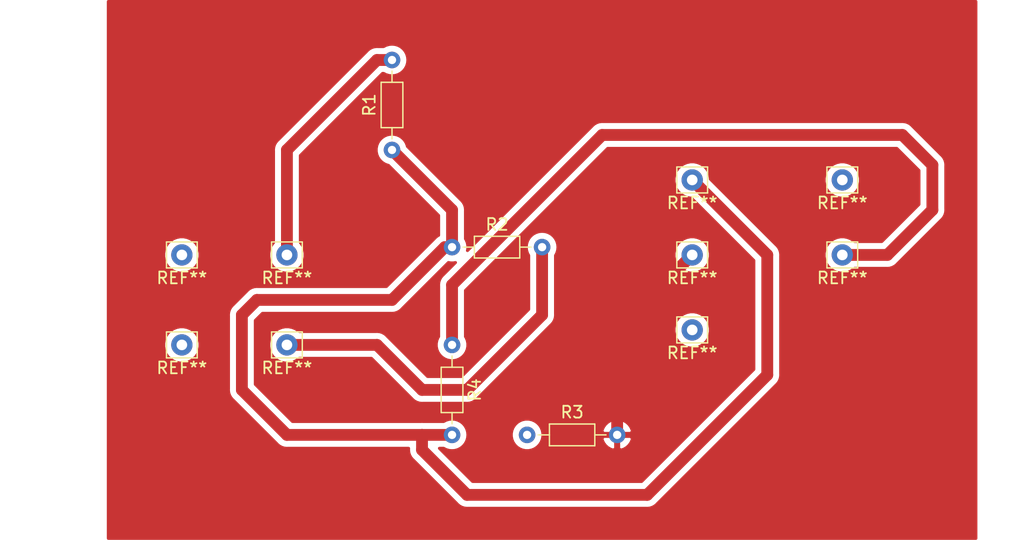
<source format=kicad_pcb>
(kicad_pcb (version 20171130) (host pcbnew "(5.1.4)-1")

  (general
    (thickness 1.6)
    (drawings 0)
    (tracks 33)
    (zones 0)
    (modules 13)
    (nets 6)
  )

  (page A4)
  (layers
    (0 F.Cu signal)
    (31 B.Cu signal)
    (32 B.Adhes user)
    (33 F.Adhes user)
    (34 B.Paste user)
    (35 F.Paste user)
    (36 B.SilkS user)
    (37 F.SilkS user)
    (38 B.Mask user)
    (39 F.Mask user)
    (40 Dwgs.User user)
    (41 Cmts.User user)
    (42 Eco1.User user)
    (43 Eco2.User user)
    (44 Edge.Cuts user)
    (45 Margin user)
    (46 B.CrtYd user)
    (47 F.CrtYd user)
    (48 B.Fab user)
    (49 F.Fab user)
  )

  (setup
    (last_trace_width 1)
    (user_trace_width 1)
    (trace_clearance 0.2)
    (zone_clearance 0.508)
    (zone_45_only no)
    (trace_min 0.2)
    (via_size 0.8)
    (via_drill 0.4)
    (via_min_size 0.4)
    (via_min_drill 0.3)
    (uvia_size 0.3)
    (uvia_drill 0.1)
    (uvias_allowed no)
    (uvia_min_size 0.2)
    (uvia_min_drill 0.1)
    (edge_width 0.05)
    (segment_width 0.2)
    (pcb_text_width 0.3)
    (pcb_text_size 1.5 1.5)
    (mod_edge_width 0.12)
    (mod_text_size 1 1)
    (mod_text_width 0.15)
    (pad_size 1.524 1.524)
    (pad_drill 0.762)
    (pad_to_mask_clearance 0.051)
    (solder_mask_min_width 0.25)
    (aux_axis_origin 0 0)
    (visible_elements FFFFFF7F)
    (pcbplotparams
      (layerselection 0x010fc_ffffffff)
      (usegerberextensions false)
      (usegerberattributes false)
      (usegerberadvancedattributes false)
      (creategerberjobfile false)
      (excludeedgelayer true)
      (linewidth 0.100000)
      (plotframeref false)
      (viasonmask false)
      (mode 1)
      (useauxorigin false)
      (hpglpennumber 1)
      (hpglpenspeed 20)
      (hpglpendiameter 15.000000)
      (psnegative false)
      (psa4output false)
      (plotreference true)
      (plotvalue true)
      (plotinvisibletext false)
      (padsonsilk false)
      (subtractmaskfromsilk false)
      (outputformat 1)
      (mirror false)
      (drillshape 1)
      (scaleselection 1)
      (outputdirectory ""))
  )

  (net 0 "")
  (net 1 "Net-(R1-Pad2)")
  (net 2 "Net-(R1-Pad1)")
  (net 3 "Net-(R2-Pad2)")
  (net 4 Earth)
  (net 5 "Net-(R4-Pad1)")

  (net_class Default "Esta es la clase de red por defecto."
    (clearance 0.2)
    (trace_width 0.25)
    (via_dia 0.8)
    (via_drill 0.4)
    (uvia_dia 0.3)
    (uvia_drill 0.1)
    (add_net Earth)
    (add_net "Net-(R1-Pad1)")
    (add_net "Net-(R1-Pad2)")
    (add_net "Net-(R2-Pad2)")
    (add_net "Net-(R4-Pad1)")
  )

  (module Connector_Pin:Pin_D0.9mm_L10.0mm_W2.4mm_FlatFork (layer F.Cu) (tedit 5A1DC084) (tstamp 5DB9C128)
    (at 181.61 95.25)
    (descr "solder Pin_ with flat fork, hole diameter 0.9mm, length 10.0mm, width 2.4mm")
    (tags "solder Pin_ with flat fork")
    (fp_text reference REF** (at 0 1.95) (layer F.SilkS)
      (effects (font (size 1 1) (thickness 0.15)))
    )
    (fp_text value Pin_D0.9mm_L10.0mm_W2.4mm_FlatFork (at 0 -2.05) (layer F.Fab)
      (effects (font (size 1 1) (thickness 0.15)))
    )
    (fp_text user %R (at 0 1.95) (layer F.Fab)
      (effects (font (size 1 1) (thickness 0.15)))
    )
    (fp_line (start -1.3 -1.1) (end -1.3 0.6) (layer F.SilkS) (width 0.12))
    (fp_line (start -1.3 0.6) (end -1.3 1.1) (layer F.SilkS) (width 0.12))
    (fp_line (start -1.3 1.1) (end 1.3 1.1) (layer F.SilkS) (width 0.12))
    (fp_line (start 1.3 1.1) (end 1.3 -1.1) (layer F.SilkS) (width 0.12))
    (fp_line (start 1.3 -1.1) (end -1.3 -1.1) (layer F.SilkS) (width 0.12))
    (fp_line (start -1.2 -0.25) (end -1.2 0.25) (layer F.Fab) (width 0.12))
    (fp_line (start -1.2 0.25) (end 1.2 0.25) (layer F.Fab) (width 0.12))
    (fp_line (start 1.2 0.25) (end 1.2 -0.25) (layer F.Fab) (width 0.12))
    (fp_line (start 1.2 -0.25) (end -1.2 -0.25) (layer F.Fab) (width 0.12))
    (fp_line (start -1.7 -1.4) (end 1.7 -1.4) (layer F.CrtYd) (width 0.05))
    (fp_line (start -1.7 -1.4) (end -1.7 1.4) (layer F.CrtYd) (width 0.05))
    (fp_line (start 1.7 1.4) (end 1.7 -1.4) (layer F.CrtYd) (width 0.05))
    (fp_line (start 1.7 1.4) (end -1.7 1.4) (layer F.CrtYd) (width 0.05))
    (pad 1 thru_hole circle (at 0 0) (size 1.8 1.8) (drill 0.9) (layers *.Cu *.Mask))
    (model ${KISYS3DMOD}/Connector_Pin.3dshapes/Pin_D0.9mm_L10.0mm_W2.4mm_FlatFork.wrl
      (at (xyz 0 0 0))
      (scale (xyz 1 1 1))
      (rotate (xyz 0 0 0))
    )
  )

  (module Connector_Pin:Pin_D0.9mm_L10.0mm_W2.4mm_FlatFork (layer F.Cu) (tedit 5A1DC084) (tstamp 5DB9C116)
    (at 181.61 88.9)
    (descr "solder Pin_ with flat fork, hole diameter 0.9mm, length 10.0mm, width 2.4mm")
    (tags "solder Pin_ with flat fork")
    (fp_text reference REF** (at 0 1.95) (layer F.SilkS)
      (effects (font (size 1 1) (thickness 0.15)))
    )
    (fp_text value Pin_D0.9mm_L10.0mm_W2.4mm_FlatFork (at 0 -2.05) (layer F.Fab)
      (effects (font (size 1 1) (thickness 0.15)))
    )
    (fp_text user %R (at 0 1.95) (layer F.Fab)
      (effects (font (size 1 1) (thickness 0.15)))
    )
    (fp_line (start -1.3 -1.1) (end -1.3 0.6) (layer F.SilkS) (width 0.12))
    (fp_line (start -1.3 0.6) (end -1.3 1.1) (layer F.SilkS) (width 0.12))
    (fp_line (start -1.3 1.1) (end 1.3 1.1) (layer F.SilkS) (width 0.12))
    (fp_line (start 1.3 1.1) (end 1.3 -1.1) (layer F.SilkS) (width 0.12))
    (fp_line (start 1.3 -1.1) (end -1.3 -1.1) (layer F.SilkS) (width 0.12))
    (fp_line (start -1.2 -0.25) (end -1.2 0.25) (layer F.Fab) (width 0.12))
    (fp_line (start -1.2 0.25) (end 1.2 0.25) (layer F.Fab) (width 0.12))
    (fp_line (start 1.2 0.25) (end 1.2 -0.25) (layer F.Fab) (width 0.12))
    (fp_line (start 1.2 -0.25) (end -1.2 -0.25) (layer F.Fab) (width 0.12))
    (fp_line (start -1.7 -1.4) (end 1.7 -1.4) (layer F.CrtYd) (width 0.05))
    (fp_line (start -1.7 -1.4) (end -1.7 1.4) (layer F.CrtYd) (width 0.05))
    (fp_line (start 1.7 1.4) (end 1.7 -1.4) (layer F.CrtYd) (width 0.05))
    (fp_line (start 1.7 1.4) (end -1.7 1.4) (layer F.CrtYd) (width 0.05))
    (pad 1 thru_hole circle (at 0 0) (size 1.8 1.8) (drill 0.9) (layers *.Cu *.Mask))
    (model ${KISYS3DMOD}/Connector_Pin.3dshapes/Pin_D0.9mm_L10.0mm_W2.4mm_FlatFork.wrl
      (at (xyz 0 0 0))
      (scale (xyz 1 1 1))
      (rotate (xyz 0 0 0))
    )
  )

  (module Connector_Pin:Pin_D0.9mm_L10.0mm_W2.4mm_FlatFork (layer F.Cu) (tedit 5A1DC084) (tstamp 5DB9C104)
    (at 194.31 88.9)
    (descr "solder Pin_ with flat fork, hole diameter 0.9mm, length 10.0mm, width 2.4mm")
    (tags "solder Pin_ with flat fork")
    (fp_text reference REF** (at 0 1.95) (layer F.SilkS)
      (effects (font (size 1 1) (thickness 0.15)))
    )
    (fp_text value Pin_D0.9mm_L10.0mm_W2.4mm_FlatFork (at 0 -2.05) (layer F.Fab)
      (effects (font (size 1 1) (thickness 0.15)))
    )
    (fp_text user %R (at 0 1.95) (layer F.Fab)
      (effects (font (size 1 1) (thickness 0.15)))
    )
    (fp_line (start -1.3 -1.1) (end -1.3 0.6) (layer F.SilkS) (width 0.12))
    (fp_line (start -1.3 0.6) (end -1.3 1.1) (layer F.SilkS) (width 0.12))
    (fp_line (start -1.3 1.1) (end 1.3 1.1) (layer F.SilkS) (width 0.12))
    (fp_line (start 1.3 1.1) (end 1.3 -1.1) (layer F.SilkS) (width 0.12))
    (fp_line (start 1.3 -1.1) (end -1.3 -1.1) (layer F.SilkS) (width 0.12))
    (fp_line (start -1.2 -0.25) (end -1.2 0.25) (layer F.Fab) (width 0.12))
    (fp_line (start -1.2 0.25) (end 1.2 0.25) (layer F.Fab) (width 0.12))
    (fp_line (start 1.2 0.25) (end 1.2 -0.25) (layer F.Fab) (width 0.12))
    (fp_line (start 1.2 -0.25) (end -1.2 -0.25) (layer F.Fab) (width 0.12))
    (fp_line (start -1.7 -1.4) (end 1.7 -1.4) (layer F.CrtYd) (width 0.05))
    (fp_line (start -1.7 -1.4) (end -1.7 1.4) (layer F.CrtYd) (width 0.05))
    (fp_line (start 1.7 1.4) (end 1.7 -1.4) (layer F.CrtYd) (width 0.05))
    (fp_line (start 1.7 1.4) (end -1.7 1.4) (layer F.CrtYd) (width 0.05))
    (pad 1 thru_hole circle (at 0 0) (size 1.8 1.8) (drill 0.9) (layers *.Cu *.Mask))
    (model ${KISYS3DMOD}/Connector_Pin.3dshapes/Pin_D0.9mm_L10.0mm_W2.4mm_FlatFork.wrl
      (at (xyz 0 0 0))
      (scale (xyz 1 1 1))
      (rotate (xyz 0 0 0))
    )
  )

  (module Connector_Pin:Pin_D0.9mm_L10.0mm_W2.4mm_FlatFork (layer F.Cu) (tedit 5A1DC084) (tstamp 5DB9C0F2)
    (at 181.61 101.6)
    (descr "solder Pin_ with flat fork, hole diameter 0.9mm, length 10.0mm, width 2.4mm")
    (tags "solder Pin_ with flat fork")
    (fp_text reference REF** (at 0 1.95) (layer F.SilkS)
      (effects (font (size 1 1) (thickness 0.15)))
    )
    (fp_text value Pin_D0.9mm_L10.0mm_W2.4mm_FlatFork (at 0 -2.05) (layer F.Fab)
      (effects (font (size 1 1) (thickness 0.15)))
    )
    (fp_text user %R (at 0 1.95) (layer F.Fab)
      (effects (font (size 1 1) (thickness 0.15)))
    )
    (fp_line (start -1.3 -1.1) (end -1.3 0.6) (layer F.SilkS) (width 0.12))
    (fp_line (start -1.3 0.6) (end -1.3 1.1) (layer F.SilkS) (width 0.12))
    (fp_line (start -1.3 1.1) (end 1.3 1.1) (layer F.SilkS) (width 0.12))
    (fp_line (start 1.3 1.1) (end 1.3 -1.1) (layer F.SilkS) (width 0.12))
    (fp_line (start 1.3 -1.1) (end -1.3 -1.1) (layer F.SilkS) (width 0.12))
    (fp_line (start -1.2 -0.25) (end -1.2 0.25) (layer F.Fab) (width 0.12))
    (fp_line (start -1.2 0.25) (end 1.2 0.25) (layer F.Fab) (width 0.12))
    (fp_line (start 1.2 0.25) (end 1.2 -0.25) (layer F.Fab) (width 0.12))
    (fp_line (start 1.2 -0.25) (end -1.2 -0.25) (layer F.Fab) (width 0.12))
    (fp_line (start -1.7 -1.4) (end 1.7 -1.4) (layer F.CrtYd) (width 0.05))
    (fp_line (start -1.7 -1.4) (end -1.7 1.4) (layer F.CrtYd) (width 0.05))
    (fp_line (start 1.7 1.4) (end 1.7 -1.4) (layer F.CrtYd) (width 0.05))
    (fp_line (start 1.7 1.4) (end -1.7 1.4) (layer F.CrtYd) (width 0.05))
    (pad 1 thru_hole circle (at 0 0) (size 1.8 1.8) (drill 0.9) (layers *.Cu *.Mask))
    (model ${KISYS3DMOD}/Connector_Pin.3dshapes/Pin_D0.9mm_L10.0mm_W2.4mm_FlatFork.wrl
      (at (xyz 0 0 0))
      (scale (xyz 1 1 1))
      (rotate (xyz 0 0 0))
    )
  )

  (module Connector_Pin:Pin_D0.9mm_L10.0mm_W2.4mm_FlatFork (layer F.Cu) (tedit 5A1DC084) (tstamp 5DB9C0E0)
    (at 194.31 95.25)
    (descr "solder Pin_ with flat fork, hole diameter 0.9mm, length 10.0mm, width 2.4mm")
    (tags "solder Pin_ with flat fork")
    (fp_text reference REF** (at 0 1.95) (layer F.SilkS)
      (effects (font (size 1 1) (thickness 0.15)))
    )
    (fp_text value Pin_D0.9mm_L10.0mm_W2.4mm_FlatFork (at 0 -2.05) (layer F.Fab)
      (effects (font (size 1 1) (thickness 0.15)))
    )
    (fp_text user %R (at 0 1.95) (layer F.Fab)
      (effects (font (size 1 1) (thickness 0.15)))
    )
    (fp_line (start -1.3 -1.1) (end -1.3 0.6) (layer F.SilkS) (width 0.12))
    (fp_line (start -1.3 0.6) (end -1.3 1.1) (layer F.SilkS) (width 0.12))
    (fp_line (start -1.3 1.1) (end 1.3 1.1) (layer F.SilkS) (width 0.12))
    (fp_line (start 1.3 1.1) (end 1.3 -1.1) (layer F.SilkS) (width 0.12))
    (fp_line (start 1.3 -1.1) (end -1.3 -1.1) (layer F.SilkS) (width 0.12))
    (fp_line (start -1.2 -0.25) (end -1.2 0.25) (layer F.Fab) (width 0.12))
    (fp_line (start -1.2 0.25) (end 1.2 0.25) (layer F.Fab) (width 0.12))
    (fp_line (start 1.2 0.25) (end 1.2 -0.25) (layer F.Fab) (width 0.12))
    (fp_line (start 1.2 -0.25) (end -1.2 -0.25) (layer F.Fab) (width 0.12))
    (fp_line (start -1.7 -1.4) (end 1.7 -1.4) (layer F.CrtYd) (width 0.05))
    (fp_line (start -1.7 -1.4) (end -1.7 1.4) (layer F.CrtYd) (width 0.05))
    (fp_line (start 1.7 1.4) (end 1.7 -1.4) (layer F.CrtYd) (width 0.05))
    (fp_line (start 1.7 1.4) (end -1.7 1.4) (layer F.CrtYd) (width 0.05))
    (pad 1 thru_hole circle (at 0 0) (size 1.8 1.8) (drill 0.9) (layers *.Cu *.Mask))
    (model ${KISYS3DMOD}/Connector_Pin.3dshapes/Pin_D0.9mm_L10.0mm_W2.4mm_FlatFork.wrl
      (at (xyz 0 0 0))
      (scale (xyz 1 1 1))
      (rotate (xyz 0 0 0))
    )
  )

  (module Connector_Pin:Pin_D0.9mm_L10.0mm_W2.4mm_FlatFork (layer F.Cu) (tedit 5A1DC084) (tstamp 5DB9CB91)
    (at 138.43 102.87)
    (descr "solder Pin_ with flat fork, hole diameter 0.9mm, length 10.0mm, width 2.4mm")
    (tags "solder Pin_ with flat fork")
    (fp_text reference REF** (at 0 1.95) (layer F.SilkS)
      (effects (font (size 1 1) (thickness 0.15)))
    )
    (fp_text value Pin_D0.9mm_L10.0mm_W2.4mm_FlatFork (at 0 -2.05) (layer F.Fab)
      (effects (font (size 1 1) (thickness 0.15)))
    )
    (fp_line (start 1.7 1.4) (end -1.7 1.4) (layer F.CrtYd) (width 0.05))
    (fp_line (start 1.7 1.4) (end 1.7 -1.4) (layer F.CrtYd) (width 0.05))
    (fp_line (start -1.7 -1.4) (end -1.7 1.4) (layer F.CrtYd) (width 0.05))
    (fp_line (start -1.7 -1.4) (end 1.7 -1.4) (layer F.CrtYd) (width 0.05))
    (fp_line (start 1.2 -0.25) (end -1.2 -0.25) (layer F.Fab) (width 0.12))
    (fp_line (start 1.2 0.25) (end 1.2 -0.25) (layer F.Fab) (width 0.12))
    (fp_line (start -1.2 0.25) (end 1.2 0.25) (layer F.Fab) (width 0.12))
    (fp_line (start -1.2 -0.25) (end -1.2 0.25) (layer F.Fab) (width 0.12))
    (fp_line (start 1.3 -1.1) (end -1.3 -1.1) (layer F.SilkS) (width 0.12))
    (fp_line (start 1.3 1.1) (end 1.3 -1.1) (layer F.SilkS) (width 0.12))
    (fp_line (start -1.3 1.1) (end 1.3 1.1) (layer F.SilkS) (width 0.12))
    (fp_line (start -1.3 0.6) (end -1.3 1.1) (layer F.SilkS) (width 0.12))
    (fp_line (start -1.3 -1.1) (end -1.3 0.6) (layer F.SilkS) (width 0.12))
    (fp_text user %R (at 0 1.95) (layer F.Fab)
      (effects (font (size 1 1) (thickness 0.15)))
    )
    (pad 1 thru_hole circle (at 0 0) (size 1.8 1.8) (drill 0.9) (layers *.Cu *.Mask))
    (model ${KISYS3DMOD}/Connector_Pin.3dshapes/Pin_D0.9mm_L10.0mm_W2.4mm_FlatFork.wrl
      (at (xyz 0 0 0))
      (scale (xyz 1 1 1))
      (rotate (xyz 0 0 0))
    )
  )

  (module Connector_Pin:Pin_D0.9mm_L10.0mm_W2.4mm_FlatFork (layer F.Cu) (tedit 5A1DC084) (tstamp 5DB9CB48)
    (at 138.43 95.25)
    (descr "solder Pin_ with flat fork, hole diameter 0.9mm, length 10.0mm, width 2.4mm")
    (tags "solder Pin_ with flat fork")
    (fp_text reference REF** (at 0 1.95) (layer F.SilkS)
      (effects (font (size 1 1) (thickness 0.15)))
    )
    (fp_text value Pin_D0.9mm_L10.0mm_W2.4mm_FlatFork (at 0 -2.05) (layer F.Fab)
      (effects (font (size 1 1) (thickness 0.15)))
    )
    (fp_line (start 1.7 1.4) (end -1.7 1.4) (layer F.CrtYd) (width 0.05))
    (fp_line (start 1.7 1.4) (end 1.7 -1.4) (layer F.CrtYd) (width 0.05))
    (fp_line (start -1.7 -1.4) (end -1.7 1.4) (layer F.CrtYd) (width 0.05))
    (fp_line (start -1.7 -1.4) (end 1.7 -1.4) (layer F.CrtYd) (width 0.05))
    (fp_line (start 1.2 -0.25) (end -1.2 -0.25) (layer F.Fab) (width 0.12))
    (fp_line (start 1.2 0.25) (end 1.2 -0.25) (layer F.Fab) (width 0.12))
    (fp_line (start -1.2 0.25) (end 1.2 0.25) (layer F.Fab) (width 0.12))
    (fp_line (start -1.2 -0.25) (end -1.2 0.25) (layer F.Fab) (width 0.12))
    (fp_line (start 1.3 -1.1) (end -1.3 -1.1) (layer F.SilkS) (width 0.12))
    (fp_line (start 1.3 1.1) (end 1.3 -1.1) (layer F.SilkS) (width 0.12))
    (fp_line (start -1.3 1.1) (end 1.3 1.1) (layer F.SilkS) (width 0.12))
    (fp_line (start -1.3 0.6) (end -1.3 1.1) (layer F.SilkS) (width 0.12))
    (fp_line (start -1.3 -1.1) (end -1.3 0.6) (layer F.SilkS) (width 0.12))
    (fp_text user %R (at 0 1.95) (layer F.Fab)
      (effects (font (size 1 1) (thickness 0.15)))
    )
    (pad 1 thru_hole circle (at 0 0) (size 1.8 1.8) (drill 0.9) (layers *.Cu *.Mask))
    (model ${KISYS3DMOD}/Connector_Pin.3dshapes/Pin_D0.9mm_L10.0mm_W2.4mm_FlatFork.wrl
      (at (xyz 0 0 0))
      (scale (xyz 1 1 1))
      (rotate (xyz 0 0 0))
    )
  )

  (module Connector_Pin:Pin_D0.9mm_L10.0mm_W2.4mm_FlatFork (layer F.Cu) (tedit 5A1DC084) (tstamp 5DB9CAFF)
    (at 147.32 102.87)
    (descr "solder Pin_ with flat fork, hole diameter 0.9mm, length 10.0mm, width 2.4mm")
    (tags "solder Pin_ with flat fork")
    (fp_text reference REF** (at 0 1.95) (layer F.SilkS)
      (effects (font (size 1 1) (thickness 0.15)))
    )
    (fp_text value Pin_D0.9mm_L10.0mm_W2.4mm_FlatFork (at 0 -2.05) (layer F.Fab)
      (effects (font (size 1 1) (thickness 0.15)))
    )
    (fp_line (start 1.7 1.4) (end -1.7 1.4) (layer F.CrtYd) (width 0.05))
    (fp_line (start 1.7 1.4) (end 1.7 -1.4) (layer F.CrtYd) (width 0.05))
    (fp_line (start -1.7 -1.4) (end -1.7 1.4) (layer F.CrtYd) (width 0.05))
    (fp_line (start -1.7 -1.4) (end 1.7 -1.4) (layer F.CrtYd) (width 0.05))
    (fp_line (start 1.2 -0.25) (end -1.2 -0.25) (layer F.Fab) (width 0.12))
    (fp_line (start 1.2 0.25) (end 1.2 -0.25) (layer F.Fab) (width 0.12))
    (fp_line (start -1.2 0.25) (end 1.2 0.25) (layer F.Fab) (width 0.12))
    (fp_line (start -1.2 -0.25) (end -1.2 0.25) (layer F.Fab) (width 0.12))
    (fp_line (start 1.3 -1.1) (end -1.3 -1.1) (layer F.SilkS) (width 0.12))
    (fp_line (start 1.3 1.1) (end 1.3 -1.1) (layer F.SilkS) (width 0.12))
    (fp_line (start -1.3 1.1) (end 1.3 1.1) (layer F.SilkS) (width 0.12))
    (fp_line (start -1.3 0.6) (end -1.3 1.1) (layer F.SilkS) (width 0.12))
    (fp_line (start -1.3 -1.1) (end -1.3 0.6) (layer F.SilkS) (width 0.12))
    (fp_text user %R (at 0 1.95) (layer F.Fab)
      (effects (font (size 1 1) (thickness 0.15)))
    )
    (pad 1 thru_hole circle (at 0 0) (size 1.8 1.8) (drill 0.9) (layers *.Cu *.Mask))
    (model ${KISYS3DMOD}/Connector_Pin.3dshapes/Pin_D0.9mm_L10.0mm_W2.4mm_FlatFork.wrl
      (at (xyz 0 0 0))
      (scale (xyz 1 1 1))
      (rotate (xyz 0 0 0))
    )
  )

  (module Connector_Pin:Pin_D0.9mm_L10.0mm_W2.4mm_FlatFork (layer F.Cu) (tedit 5A1DC084) (tstamp 5DB9CAB6)
    (at 147.32 95.25)
    (descr "solder Pin_ with flat fork, hole diameter 0.9mm, length 10.0mm, width 2.4mm")
    (tags "solder Pin_ with flat fork")
    (fp_text reference REF** (at 0 1.95) (layer F.SilkS)
      (effects (font (size 1 1) (thickness 0.15)))
    )
    (fp_text value Pin_D0.9mm_L10.0mm_W2.4mm_FlatFork (at 0 -2.05) (layer F.Fab)
      (effects (font (size 1 1) (thickness 0.15)))
    )
    (fp_line (start 1.7 1.4) (end -1.7 1.4) (layer F.CrtYd) (width 0.05))
    (fp_line (start 1.7 1.4) (end 1.7 -1.4) (layer F.CrtYd) (width 0.05))
    (fp_line (start -1.7 -1.4) (end -1.7 1.4) (layer F.CrtYd) (width 0.05))
    (fp_line (start -1.7 -1.4) (end 1.7 -1.4) (layer F.CrtYd) (width 0.05))
    (fp_line (start 1.2 -0.25) (end -1.2 -0.25) (layer F.Fab) (width 0.12))
    (fp_line (start 1.2 0.25) (end 1.2 -0.25) (layer F.Fab) (width 0.12))
    (fp_line (start -1.2 0.25) (end 1.2 0.25) (layer F.Fab) (width 0.12))
    (fp_line (start -1.2 -0.25) (end -1.2 0.25) (layer F.Fab) (width 0.12))
    (fp_line (start 1.3 -1.1) (end -1.3 -1.1) (layer F.SilkS) (width 0.12))
    (fp_line (start 1.3 1.1) (end 1.3 -1.1) (layer F.SilkS) (width 0.12))
    (fp_line (start -1.3 1.1) (end 1.3 1.1) (layer F.SilkS) (width 0.12))
    (fp_line (start -1.3 0.6) (end -1.3 1.1) (layer F.SilkS) (width 0.12))
    (fp_line (start -1.3 -1.1) (end -1.3 0.6) (layer F.SilkS) (width 0.12))
    (fp_text user %R (at 0 1.95) (layer F.Fab)
      (effects (font (size 1 1) (thickness 0.15)))
    )
    (pad 1 thru_hole circle (at 0 0) (size 1.8 1.8) (drill 0.9) (layers *.Cu *.Mask))
    (model ${KISYS3DMOD}/Connector_Pin.3dshapes/Pin_D0.9mm_L10.0mm_W2.4mm_FlatFork.wrl
      (at (xyz 0 0 0))
      (scale (xyz 1 1 1))
      (rotate (xyz 0 0 0))
    )
  )

  (module Resistor_THT:R_Axial_DIN0204_L3.6mm_D1.6mm_P7.62mm_Horizontal (layer F.Cu) (tedit 5AE5139B) (tstamp 5DB9C890)
    (at 161.29 102.87 270)
    (descr "Resistor, Axial_DIN0204 series, Axial, Horizontal, pin pitch=7.62mm, 0.167W, length*diameter=3.6*1.6mm^2, http://cdn-reichelt.de/documents/datenblatt/B400/1_4W%23YAG.pdf")
    (tags "Resistor Axial_DIN0204 series Axial Horizontal pin pitch 7.62mm 0.167W length 3.6mm diameter 1.6mm")
    (path /5DB9EF12)
    (fp_text reference R4 (at 3.81 -1.92 90) (layer F.SilkS)
      (effects (font (size 1 1) (thickness 0.15)))
    )
    (fp_text value R (at 3.81 1.92 90) (layer F.Fab)
      (effects (font (size 1 1) (thickness 0.15)))
    )
    (fp_text user %R (at 3.81 0 90) (layer F.Fab)
      (effects (font (size 0.72 0.72) (thickness 0.108)))
    )
    (fp_line (start 8.57 -1.05) (end -0.95 -1.05) (layer F.CrtYd) (width 0.05))
    (fp_line (start 8.57 1.05) (end 8.57 -1.05) (layer F.CrtYd) (width 0.05))
    (fp_line (start -0.95 1.05) (end 8.57 1.05) (layer F.CrtYd) (width 0.05))
    (fp_line (start -0.95 -1.05) (end -0.95 1.05) (layer F.CrtYd) (width 0.05))
    (fp_line (start 6.68 0) (end 5.73 0) (layer F.SilkS) (width 0.12))
    (fp_line (start 0.94 0) (end 1.89 0) (layer F.SilkS) (width 0.12))
    (fp_line (start 5.73 -0.92) (end 1.89 -0.92) (layer F.SilkS) (width 0.12))
    (fp_line (start 5.73 0.92) (end 5.73 -0.92) (layer F.SilkS) (width 0.12))
    (fp_line (start 1.89 0.92) (end 5.73 0.92) (layer F.SilkS) (width 0.12))
    (fp_line (start 1.89 -0.92) (end 1.89 0.92) (layer F.SilkS) (width 0.12))
    (fp_line (start 7.62 0) (end 5.61 0) (layer F.Fab) (width 0.1))
    (fp_line (start 0 0) (end 2.01 0) (layer F.Fab) (width 0.1))
    (fp_line (start 5.61 -0.8) (end 2.01 -0.8) (layer F.Fab) (width 0.1))
    (fp_line (start 5.61 0.8) (end 5.61 -0.8) (layer F.Fab) (width 0.1))
    (fp_line (start 2.01 0.8) (end 5.61 0.8) (layer F.Fab) (width 0.1))
    (fp_line (start 2.01 -0.8) (end 2.01 0.8) (layer F.Fab) (width 0.1))
    (pad 2 thru_hole oval (at 7.62 0 270) (size 1.4 1.4) (drill 0.7) (layers *.Cu *.Mask)
      (net 2 "Net-(R1-Pad1)"))
    (pad 1 thru_hole circle (at 0 0 270) (size 1.4 1.4) (drill 0.7) (layers *.Cu *.Mask)
      (net 5 "Net-(R4-Pad1)"))
    (model ${KISYS3DMOD}/Resistor_THT.3dshapes/R_Axial_DIN0204_L3.6mm_D1.6mm_P7.62mm_Horizontal.wrl
      (at (xyz 0 0 0))
      (scale (xyz 1 1 1))
      (rotate (xyz 0 0 0))
    )
  )

  (module Resistor_THT:R_Axial_DIN0204_L3.6mm_D1.6mm_P7.62mm_Horizontal (layer F.Cu) (tedit 5AE5139B) (tstamp 5DB9C879)
    (at 167.64 110.49)
    (descr "Resistor, Axial_DIN0204 series, Axial, Horizontal, pin pitch=7.62mm, 0.167W, length*diameter=3.6*1.6mm^2, http://cdn-reichelt.de/documents/datenblatt/B400/1_4W%23YAG.pdf")
    (tags "Resistor Axial_DIN0204 series Axial Horizontal pin pitch 7.62mm 0.167W length 3.6mm diameter 1.6mm")
    (path /5DB9F374)
    (fp_text reference R3 (at 3.81 -1.92) (layer F.SilkS)
      (effects (font (size 1 1) (thickness 0.15)))
    )
    (fp_text value R (at 3.81 1.92) (layer F.Fab)
      (effects (font (size 1 1) (thickness 0.15)))
    )
    (fp_text user %R (at 3.81 0) (layer F.Fab)
      (effects (font (size 0.72 0.72) (thickness 0.108)))
    )
    (fp_line (start 8.57 -1.05) (end -0.95 -1.05) (layer F.CrtYd) (width 0.05))
    (fp_line (start 8.57 1.05) (end 8.57 -1.05) (layer F.CrtYd) (width 0.05))
    (fp_line (start -0.95 1.05) (end 8.57 1.05) (layer F.CrtYd) (width 0.05))
    (fp_line (start -0.95 -1.05) (end -0.95 1.05) (layer F.CrtYd) (width 0.05))
    (fp_line (start 6.68 0) (end 5.73 0) (layer F.SilkS) (width 0.12))
    (fp_line (start 0.94 0) (end 1.89 0) (layer F.SilkS) (width 0.12))
    (fp_line (start 5.73 -0.92) (end 1.89 -0.92) (layer F.SilkS) (width 0.12))
    (fp_line (start 5.73 0.92) (end 5.73 -0.92) (layer F.SilkS) (width 0.12))
    (fp_line (start 1.89 0.92) (end 5.73 0.92) (layer F.SilkS) (width 0.12))
    (fp_line (start 1.89 -0.92) (end 1.89 0.92) (layer F.SilkS) (width 0.12))
    (fp_line (start 7.62 0) (end 5.61 0) (layer F.Fab) (width 0.1))
    (fp_line (start 0 0) (end 2.01 0) (layer F.Fab) (width 0.1))
    (fp_line (start 5.61 -0.8) (end 2.01 -0.8) (layer F.Fab) (width 0.1))
    (fp_line (start 5.61 0.8) (end 5.61 -0.8) (layer F.Fab) (width 0.1))
    (fp_line (start 2.01 0.8) (end 5.61 0.8) (layer F.Fab) (width 0.1))
    (fp_line (start 2.01 -0.8) (end 2.01 0.8) (layer F.Fab) (width 0.1))
    (pad 2 thru_hole oval (at 7.62 0) (size 1.4 1.4) (drill 0.7) (layers *.Cu *.Mask)
      (net 4 Earth))
    (pad 1 thru_hole circle (at 0 0) (size 1.4 1.4) (drill 0.7) (layers *.Cu *.Mask)
      (net 2 "Net-(R1-Pad1)"))
    (model ${KISYS3DMOD}/Resistor_THT.3dshapes/R_Axial_DIN0204_L3.6mm_D1.6mm_P7.62mm_Horizontal.wrl
      (at (xyz 0 0 0))
      (scale (xyz 1 1 1))
      (rotate (xyz 0 0 0))
    )
  )

  (module Resistor_THT:R_Axial_DIN0204_L3.6mm_D1.6mm_P7.62mm_Horizontal (layer F.Cu) (tedit 5AE5139B) (tstamp 5DB9C862)
    (at 161.29 94.59)
    (descr "Resistor, Axial_DIN0204 series, Axial, Horizontal, pin pitch=7.62mm, 0.167W, length*diameter=3.6*1.6mm^2, http://cdn-reichelt.de/documents/datenblatt/B400/1_4W%23YAG.pdf")
    (tags "Resistor Axial_DIN0204 series Axial Horizontal pin pitch 7.62mm 0.167W length 3.6mm diameter 1.6mm")
    (path /5DB9F295)
    (fp_text reference R2 (at 3.81 -1.92) (layer F.SilkS)
      (effects (font (size 1 1) (thickness 0.15)))
    )
    (fp_text value R (at 3.81 1.92) (layer F.Fab)
      (effects (font (size 1 1) (thickness 0.15)))
    )
    (fp_text user %R (at 3.81 0) (layer F.Fab)
      (effects (font (size 0.72 0.72) (thickness 0.108)))
    )
    (fp_line (start 8.57 -1.05) (end -0.95 -1.05) (layer F.CrtYd) (width 0.05))
    (fp_line (start 8.57 1.05) (end 8.57 -1.05) (layer F.CrtYd) (width 0.05))
    (fp_line (start -0.95 1.05) (end 8.57 1.05) (layer F.CrtYd) (width 0.05))
    (fp_line (start -0.95 -1.05) (end -0.95 1.05) (layer F.CrtYd) (width 0.05))
    (fp_line (start 6.68 0) (end 5.73 0) (layer F.SilkS) (width 0.12))
    (fp_line (start 0.94 0) (end 1.89 0) (layer F.SilkS) (width 0.12))
    (fp_line (start 5.73 -0.92) (end 1.89 -0.92) (layer F.SilkS) (width 0.12))
    (fp_line (start 5.73 0.92) (end 5.73 -0.92) (layer F.SilkS) (width 0.12))
    (fp_line (start 1.89 0.92) (end 5.73 0.92) (layer F.SilkS) (width 0.12))
    (fp_line (start 1.89 -0.92) (end 1.89 0.92) (layer F.SilkS) (width 0.12))
    (fp_line (start 7.62 0) (end 5.61 0) (layer F.Fab) (width 0.1))
    (fp_line (start 0 0) (end 2.01 0) (layer F.Fab) (width 0.1))
    (fp_line (start 5.61 -0.8) (end 2.01 -0.8) (layer F.Fab) (width 0.1))
    (fp_line (start 5.61 0.8) (end 5.61 -0.8) (layer F.Fab) (width 0.1))
    (fp_line (start 2.01 0.8) (end 5.61 0.8) (layer F.Fab) (width 0.1))
    (fp_line (start 2.01 -0.8) (end 2.01 0.8) (layer F.Fab) (width 0.1))
    (pad 2 thru_hole oval (at 7.62 0) (size 1.4 1.4) (drill 0.7) (layers *.Cu *.Mask)
      (net 3 "Net-(R2-Pad2)"))
    (pad 1 thru_hole circle (at 0 0) (size 1.4 1.4) (drill 0.7) (layers *.Cu *.Mask)
      (net 2 "Net-(R1-Pad1)"))
    (model ${KISYS3DMOD}/Resistor_THT.3dshapes/R_Axial_DIN0204_L3.6mm_D1.6mm_P7.62mm_Horizontal.wrl
      (at (xyz 0 0 0))
      (scale (xyz 1 1 1))
      (rotate (xyz 0 0 0))
    )
  )

  (module Resistor_THT:R_Axial_DIN0204_L3.6mm_D1.6mm_P7.62mm_Horizontal (layer F.Cu) (tedit 5AE5139B) (tstamp 5DB9C84B)
    (at 156.21 86.36 90)
    (descr "Resistor, Axial_DIN0204 series, Axial, Horizontal, pin pitch=7.62mm, 0.167W, length*diameter=3.6*1.6mm^2, http://cdn-reichelt.de/documents/datenblatt/B400/1_4W%23YAG.pdf")
    (tags "Resistor Axial_DIN0204 series Axial Horizontal pin pitch 7.62mm 0.167W length 3.6mm diameter 1.6mm")
    (path /5DB9F12E)
    (fp_text reference R1 (at 3.81 -1.92 90) (layer F.SilkS)
      (effects (font (size 1 1) (thickness 0.15)))
    )
    (fp_text value R (at 3.81 1.92 90) (layer F.Fab)
      (effects (font (size 1 1) (thickness 0.15)))
    )
    (fp_text user %R (at 3.81 0 90) (layer F.Fab)
      (effects (font (size 0.72 0.72) (thickness 0.108)))
    )
    (fp_line (start 8.57 -1.05) (end -0.95 -1.05) (layer F.CrtYd) (width 0.05))
    (fp_line (start 8.57 1.05) (end 8.57 -1.05) (layer F.CrtYd) (width 0.05))
    (fp_line (start -0.95 1.05) (end 8.57 1.05) (layer F.CrtYd) (width 0.05))
    (fp_line (start -0.95 -1.05) (end -0.95 1.05) (layer F.CrtYd) (width 0.05))
    (fp_line (start 6.68 0) (end 5.73 0) (layer F.SilkS) (width 0.12))
    (fp_line (start 0.94 0) (end 1.89 0) (layer F.SilkS) (width 0.12))
    (fp_line (start 5.73 -0.92) (end 1.89 -0.92) (layer F.SilkS) (width 0.12))
    (fp_line (start 5.73 0.92) (end 5.73 -0.92) (layer F.SilkS) (width 0.12))
    (fp_line (start 1.89 0.92) (end 5.73 0.92) (layer F.SilkS) (width 0.12))
    (fp_line (start 1.89 -0.92) (end 1.89 0.92) (layer F.SilkS) (width 0.12))
    (fp_line (start 7.62 0) (end 5.61 0) (layer F.Fab) (width 0.1))
    (fp_line (start 0 0) (end 2.01 0) (layer F.Fab) (width 0.1))
    (fp_line (start 5.61 -0.8) (end 2.01 -0.8) (layer F.Fab) (width 0.1))
    (fp_line (start 5.61 0.8) (end 5.61 -0.8) (layer F.Fab) (width 0.1))
    (fp_line (start 2.01 0.8) (end 5.61 0.8) (layer F.Fab) (width 0.1))
    (fp_line (start 2.01 -0.8) (end 2.01 0.8) (layer F.Fab) (width 0.1))
    (pad 2 thru_hole oval (at 7.62 0 90) (size 1.4 1.4) (drill 0.7) (layers *.Cu *.Mask)
      (net 1 "Net-(R1-Pad2)"))
    (pad 1 thru_hole circle (at 0 0 90) (size 1.4 1.4) (drill 0.7) (layers *.Cu *.Mask)
      (net 2 "Net-(R1-Pad1)"))
    (model ${KISYS3DMOD}/Resistor_THT.3dshapes/R_Axial_DIN0204_L3.6mm_D1.6mm_P7.62mm_Horizontal.wrl
      (at (xyz 0 0 0))
      (scale (xyz 1 1 1))
      (rotate (xyz 0 0 0))
    )
  )

  (segment (start 147.32 95.25) (end 147.32 86.36) (width 1) (layer F.Cu) (net 0))
  (segment (start 147.32 102.87) (end 154.94 102.87) (width 1) (layer F.Cu) (net 0))
  (segment (start 154.94 102.87) (end 158.75 106.68) (width 1) (layer F.Cu) (net 0))
  (segment (start 158.75 106.68) (end 162.56 106.68) (width 1) (layer F.Cu) (net 0))
  (segment (start 162.56 106.68) (end 168.91 100.33) (width 1) (layer F.Cu) (net 0))
  (segment (start 154.94 78.74) (end 156.21 78.74) (width 1) (layer F.Cu) (net 1))
  (segment (start 147.32 86.36) (end 154.94 78.74) (width 1) (layer F.Cu) (net 1))
  (segment (start 161.29 91.44) (end 156.21 86.36) (width 1) (layer F.Cu) (net 2))
  (segment (start 161.29 94.59) (end 161.29 91.44) (width 1) (layer F.Cu) (net 2))
  (segment (start 161.29 94.59) (end 160.68 94.59) (width 1) (layer F.Cu) (net 2))
  (segment (start 160.68 94.59) (end 156.21 99.06) (width 1) (layer F.Cu) (net 2))
  (segment (start 156.21 99.06) (end 144.78 99.06) (width 1) (layer F.Cu) (net 2))
  (segment (start 144.78 99.06) (end 143.51 100.33) (width 1) (layer F.Cu) (net 2))
  (segment (start 143.51 100.33) (end 143.51 106.68) (width 1) (layer F.Cu) (net 2))
  (segment (start 143.51 106.68) (end 147.32 110.49) (width 1) (layer F.Cu) (net 2))
  (segment (start 158.75 110.49) (end 158.75 111.76) (width 1) (layer F.Cu) (net 2))
  (segment (start 158.75 110.49) (end 161.29 110.49) (width 1) (layer F.Cu) (net 2))
  (segment (start 147.32 110.49) (end 158.75 110.49) (width 1) (layer F.Cu) (net 2))
  (segment (start 158.75 111.76) (end 162.56 115.57) (width 1) (layer F.Cu) (net 2))
  (segment (start 162.56 115.57) (end 177.8 115.57) (width 1) (layer F.Cu) (net 2))
  (segment (start 177.8 115.57) (end 187.96 105.41) (width 1) (layer F.Cu) (net 2))
  (segment (start 187.96 95.25) (end 181.61 88.9) (width 1) (layer F.Cu) (net 2))
  (segment (start 187.96 105.41) (end 187.96 95.25) (width 1) (layer F.Cu) (net 2))
  (segment (start 168.91 100.33) (end 168.91 94.59) (width 1) (layer F.Cu) (net 3))
  (segment (start 175.26 101.6) (end 181.61 95.25) (width 1) (layer F.Cu) (net 4))
  (segment (start 175.26 110.49) (end 175.26 101.6) (width 1) (layer F.Cu) (net 4))
  (segment (start 198.12 95.25) (end 194.31 95.25) (width 1) (layer F.Cu) (net 5))
  (segment (start 161.29 97.79) (end 173.99 85.09) (width 1) (layer F.Cu) (net 5))
  (segment (start 161.29 102.87) (end 161.29 97.79) (width 1) (layer F.Cu) (net 5))
  (segment (start 173.99 85.09) (end 199.39 85.09) (width 1) (layer F.Cu) (net 5))
  (segment (start 199.39 85.09) (end 201.93 87.63) (width 1) (layer F.Cu) (net 5))
  (segment (start 201.93 87.63) (end 201.93 91.44) (width 1) (layer F.Cu) (net 5))
  (segment (start 201.93 91.44) (end 198.12 95.25) (width 1) (layer F.Cu) (net 5))

  (zone (net 4) (net_name Earth) (layer F.Cu) (tstamp 0) (hatch edge 0.508)
    (connect_pads (clearance 0.508))
    (min_thickness 0.254)
    (fill yes (arc_segments 32) (thermal_gap 0.508) (thermal_bridge_width 0.508))
    (polygon
      (pts
        (xy 132.08 73.66) (xy 205.74 73.66) (xy 205.74 119.38) (xy 132.08 119.38)
      )
    )
    (filled_polygon
      (pts
        (xy 205.613 119.253) (xy 132.207 119.253) (xy 132.207 102.718816) (xy 136.895 102.718816) (xy 136.895 103.021184)
        (xy 136.953989 103.317743) (xy 137.069701 103.597095) (xy 137.237688 103.848505) (xy 137.451495 104.062312) (xy 137.702905 104.230299)
        (xy 137.982257 104.346011) (xy 138.278816 104.405) (xy 138.581184 104.405) (xy 138.877743 104.346011) (xy 139.157095 104.230299)
        (xy 139.408505 104.062312) (xy 139.622312 103.848505) (xy 139.790299 103.597095) (xy 139.906011 103.317743) (xy 139.965 103.021184)
        (xy 139.965 102.718816) (xy 139.906011 102.422257) (xy 139.790299 102.142905) (xy 139.622312 101.891495) (xy 139.408505 101.677688)
        (xy 139.157095 101.509701) (xy 138.877743 101.393989) (xy 138.581184 101.335) (xy 138.278816 101.335) (xy 137.982257 101.393989)
        (xy 137.702905 101.509701) (xy 137.451495 101.677688) (xy 137.237688 101.891495) (xy 137.069701 102.142905) (xy 136.953989 102.422257)
        (xy 136.895 102.718816) (xy 132.207 102.718816) (xy 132.207 100.33) (xy 142.369509 100.33) (xy 142.375 100.385751)
        (xy 142.375001 106.624239) (xy 142.369509 106.68) (xy 142.391423 106.902498) (xy 142.456324 107.116446) (xy 142.456325 107.116447)
        (xy 142.561717 107.313623) (xy 142.703552 107.486449) (xy 142.746858 107.521989) (xy 146.478013 111.253146) (xy 146.513551 111.296449)
        (xy 146.556854 111.331987) (xy 146.556856 111.331989) (xy 146.686377 111.438284) (xy 146.883553 111.543676) (xy 147.097501 111.608577)
        (xy 147.32 111.630491) (xy 147.375752 111.625) (xy 157.615 111.625) (xy 157.615 111.704249) (xy 157.609509 111.76)
        (xy 157.615 111.815751) (xy 157.615 111.815752) (xy 157.631423 111.982499) (xy 157.696324 112.196447) (xy 157.801717 112.393623)
        (xy 157.943552 112.566449) (xy 157.98686 112.601991) (xy 161.718013 116.333146) (xy 161.753551 116.376449) (xy 161.796854 116.411987)
        (xy 161.796856 116.411989) (xy 161.926377 116.518284) (xy 162.123553 116.623676) (xy 162.337501 116.688577) (xy 162.56 116.710491)
        (xy 162.615752 116.705) (xy 177.744249 116.705) (xy 177.8 116.710491) (xy 177.855751 116.705) (xy 177.855752 116.705)
        (xy 178.022499 116.688577) (xy 178.236447 116.623676) (xy 178.433623 116.518284) (xy 178.606449 116.376449) (xy 178.641996 116.333135)
        (xy 188.723141 106.251991) (xy 188.766449 106.216449) (xy 188.908284 106.043623) (xy 189.013676 105.846447) (xy 189.078577 105.632499)
        (xy 189.095 105.465752) (xy 189.095 105.465751) (xy 189.100491 105.41) (xy 189.095 105.354248) (xy 189.095 95.305751)
        (xy 189.100491 95.249999) (xy 189.078577 95.0275) (xy 189.063471 94.977705) (xy 189.013676 94.813553) (xy 188.908284 94.616377)
        (xy 188.766449 94.443551) (xy 188.723141 94.408009) (xy 183.145 88.829869) (xy 183.145 88.748816) (xy 192.775 88.748816)
        (xy 192.775 89.051184) (xy 192.833989 89.347743) (xy 192.949701 89.627095) (xy 193.117688 89.878505) (xy 193.331495 90.092312)
        (xy 193.582905 90.260299) (xy 193.862257 90.376011) (xy 194.158816 90.435) (xy 194.461184 90.435) (xy 194.757743 90.376011)
        (xy 195.037095 90.260299) (xy 195.288505 90.092312) (xy 195.502312 89.878505) (xy 195.670299 89.627095) (xy 195.786011 89.347743)
        (xy 195.845 89.051184) (xy 195.845 88.748816) (xy 195.786011 88.452257) (xy 195.670299 88.172905) (xy 195.502312 87.921495)
        (xy 195.288505 87.707688) (xy 195.037095 87.539701) (xy 194.757743 87.423989) (xy 194.461184 87.365) (xy 194.158816 87.365)
        (xy 193.862257 87.423989) (xy 193.582905 87.539701) (xy 193.331495 87.707688) (xy 193.117688 87.921495) (xy 192.949701 88.172905)
        (xy 192.833989 88.452257) (xy 192.775 88.748816) (xy 183.145 88.748816) (xy 183.086011 88.452257) (xy 182.970299 88.172905)
        (xy 182.802312 87.921495) (xy 182.588505 87.707688) (xy 182.337095 87.539701) (xy 182.057743 87.423989) (xy 181.761184 87.365)
        (xy 181.458816 87.365) (xy 181.162257 87.423989) (xy 180.882905 87.539701) (xy 180.631495 87.707688) (xy 180.417688 87.921495)
        (xy 180.249701 88.172905) (xy 180.133989 88.452257) (xy 180.075 88.748816) (xy 180.075 89.051184) (xy 180.133989 89.347743)
        (xy 180.249701 89.627095) (xy 180.417688 89.878505) (xy 180.631495 90.092312) (xy 180.882905 90.260299) (xy 181.162257 90.376011)
        (xy 181.458816 90.435) (xy 181.539869 90.435) (xy 186.825001 95.720133) (xy 186.825 104.939868) (xy 177.329869 114.435)
        (xy 163.030133 114.435) (xy 160.220131 111.625) (xy 160.581428 111.625) (xy 160.776646 111.729347) (xy 161.028294 111.805683)
        (xy 161.224421 111.825) (xy 161.355579 111.825) (xy 161.551706 111.805683) (xy 161.803354 111.729347) (xy 162.035275 111.605382)
        (xy 162.238555 111.438555) (xy 162.405382 111.235275) (xy 162.529347 111.003354) (xy 162.605683 110.751706) (xy 162.631459 110.49)
        (xy 162.618509 110.358514) (xy 166.305 110.358514) (xy 166.305 110.621486) (xy 166.356304 110.879405) (xy 166.456939 111.122359)
        (xy 166.603038 111.341013) (xy 166.788987 111.526962) (xy 167.007641 111.673061) (xy 167.250595 111.773696) (xy 167.508514 111.825)
        (xy 167.771486 111.825) (xy 168.029405 111.773696) (xy 168.272359 111.673061) (xy 168.491013 111.526962) (xy 168.676962 111.341013)
        (xy 168.823061 111.122359) (xy 168.923696 110.879405) (xy 168.93485 110.823329) (xy 173.967284 110.823329) (xy 173.999953 110.931044)
        (xy 174.110208 111.168392) (xy 174.264649 111.37967) (xy 174.45734 111.556759) (xy 174.680877 111.692853) (xy 174.92667 111.782722)
        (xy 175.133 111.660201) (xy 175.133 110.617) (xy 175.387 110.617) (xy 175.387 111.660201) (xy 175.59333 111.782722)
        (xy 175.839123 111.692853) (xy 176.06266 111.556759) (xy 176.255351 111.37967) (xy 176.409792 111.168392) (xy 176.520047 110.931044)
        (xy 176.552716 110.823329) (xy 176.429374 110.617) (xy 175.387 110.617) (xy 175.133 110.617) (xy 174.090626 110.617)
        (xy 173.967284 110.823329) (xy 168.93485 110.823329) (xy 168.975 110.621486) (xy 168.975 110.358514) (xy 168.934851 110.156671)
        (xy 173.967284 110.156671) (xy 174.090626 110.363) (xy 175.133 110.363) (xy 175.133 109.319799) (xy 175.387 109.319799)
        (xy 175.387 110.363) (xy 176.429374 110.363) (xy 176.552716 110.156671) (xy 176.520047 110.048956) (xy 176.409792 109.811608)
        (xy 176.255351 109.60033) (xy 176.06266 109.423241) (xy 175.839123 109.287147) (xy 175.59333 109.197278) (xy 175.387 109.319799)
        (xy 175.133 109.319799) (xy 174.92667 109.197278) (xy 174.680877 109.287147) (xy 174.45734 109.423241) (xy 174.264649 109.60033)
        (xy 174.110208 109.811608) (xy 173.999953 110.048956) (xy 173.967284 110.156671) (xy 168.934851 110.156671) (xy 168.923696 110.100595)
        (xy 168.823061 109.857641) (xy 168.676962 109.638987) (xy 168.491013 109.453038) (xy 168.272359 109.306939) (xy 168.029405 109.206304)
        (xy 167.771486 109.155) (xy 167.508514 109.155) (xy 167.250595 109.206304) (xy 167.007641 109.306939) (xy 166.788987 109.453038)
        (xy 166.603038 109.638987) (xy 166.456939 109.857641) (xy 166.356304 110.100595) (xy 166.305 110.358514) (xy 162.618509 110.358514)
        (xy 162.605683 110.228294) (xy 162.529347 109.976646) (xy 162.405382 109.744725) (xy 162.238555 109.541445) (xy 162.035275 109.374618)
        (xy 161.803354 109.250653) (xy 161.551706 109.174317) (xy 161.355579 109.155) (xy 161.224421 109.155) (xy 161.028294 109.174317)
        (xy 160.776646 109.250653) (xy 160.581428 109.355) (xy 158.805751 109.355) (xy 158.75 109.349509) (xy 158.694248 109.355)
        (xy 147.790133 109.355) (xy 144.645 106.209869) (xy 144.645 102.718816) (xy 145.785 102.718816) (xy 145.785 103.021184)
        (xy 145.843989 103.317743) (xy 145.959701 103.597095) (xy 146.127688 103.848505) (xy 146.341495 104.062312) (xy 146.592905 104.230299)
        (xy 146.872257 104.346011) (xy 147.168816 104.405) (xy 147.471184 104.405) (xy 147.767743 104.346011) (xy 148.047095 104.230299)
        (xy 148.298505 104.062312) (xy 148.355817 104.005) (xy 154.469869 104.005) (xy 157.908013 107.443146) (xy 157.943551 107.486449)
        (xy 157.986854 107.521987) (xy 157.986856 107.521989) (xy 158.116377 107.628284) (xy 158.313553 107.733676) (xy 158.527501 107.798577)
        (xy 158.75 107.820491) (xy 158.805752 107.815) (xy 162.504249 107.815) (xy 162.56 107.820491) (xy 162.615751 107.815)
        (xy 162.615752 107.815) (xy 162.782499 107.798577) (xy 162.996447 107.733676) (xy 163.193623 107.628284) (xy 163.366449 107.486449)
        (xy 163.401996 107.443135) (xy 169.396315 101.448816) (xy 180.075 101.448816) (xy 180.075 101.751184) (xy 180.133989 102.047743)
        (xy 180.249701 102.327095) (xy 180.417688 102.578505) (xy 180.631495 102.792312) (xy 180.882905 102.960299) (xy 181.162257 103.076011)
        (xy 181.458816 103.135) (xy 181.761184 103.135) (xy 182.057743 103.076011) (xy 182.337095 102.960299) (xy 182.588505 102.792312)
        (xy 182.802312 102.578505) (xy 182.970299 102.327095) (xy 183.086011 102.047743) (xy 183.145 101.751184) (xy 183.145 101.448816)
        (xy 183.086011 101.152257) (xy 182.970299 100.872905) (xy 182.802312 100.621495) (xy 182.588505 100.407688) (xy 182.337095 100.239701)
        (xy 182.057743 100.123989) (xy 181.761184 100.065) (xy 181.458816 100.065) (xy 181.162257 100.123989) (xy 180.882905 100.239701)
        (xy 180.631495 100.407688) (xy 180.417688 100.621495) (xy 180.249701 100.872905) (xy 180.133989 101.152257) (xy 180.075 101.448816)
        (xy 169.396315 101.448816) (xy 169.673141 101.171991) (xy 169.716449 101.136449) (xy 169.858284 100.963623) (xy 169.963676 100.766447)
        (xy 170.028577 100.552499) (xy 170.045 100.385752) (xy 170.045 100.385751) (xy 170.050491 100.330001) (xy 170.045 100.274248)
        (xy 170.045 95.298572) (xy 170.149347 95.103354) (xy 170.150723 95.098816) (xy 180.075 95.098816) (xy 180.075 95.401184)
        (xy 180.133989 95.697743) (xy 180.249701 95.977095) (xy 180.417688 96.228505) (xy 180.631495 96.442312) (xy 180.882905 96.610299)
        (xy 181.162257 96.726011) (xy 181.458816 96.785) (xy 181.761184 96.785) (xy 182.057743 96.726011) (xy 182.337095 96.610299)
        (xy 182.588505 96.442312) (xy 182.802312 96.228505) (xy 182.970299 95.977095) (xy 183.086011 95.697743) (xy 183.145 95.401184)
        (xy 183.145 95.098816) (xy 183.086011 94.802257) (xy 182.970299 94.522905) (xy 182.802312 94.271495) (xy 182.588505 94.057688)
        (xy 182.337095 93.889701) (xy 182.057743 93.773989) (xy 181.761184 93.715) (xy 181.458816 93.715) (xy 181.162257 93.773989)
        (xy 180.882905 93.889701) (xy 180.631495 94.057688) (xy 180.417688 94.271495) (xy 180.249701 94.522905) (xy 180.133989 94.802257)
        (xy 180.075 95.098816) (xy 170.150723 95.098816) (xy 170.225683 94.851706) (xy 170.251459 94.59) (xy 170.225683 94.328294)
        (xy 170.149347 94.076646) (xy 170.025382 93.844725) (xy 169.858555 93.641445) (xy 169.655275 93.474618) (xy 169.423354 93.350653)
        (xy 169.171706 93.274317) (xy 168.975579 93.255) (xy 168.844421 93.255) (xy 168.648294 93.274317) (xy 168.396646 93.350653)
        (xy 168.164725 93.474618) (xy 167.961445 93.641445) (xy 167.794618 93.844725) (xy 167.670653 94.076646) (xy 167.594317 94.328294)
        (xy 167.568541 94.59) (xy 167.594317 94.851706) (xy 167.670653 95.103354) (xy 167.775001 95.298574) (xy 167.775 99.859868)
        (xy 162.089869 105.545) (xy 159.220133 105.545) (xy 155.781996 102.106865) (xy 155.746449 102.063551) (xy 155.573623 101.921716)
        (xy 155.376447 101.816324) (xy 155.162499 101.751423) (xy 154.995752 101.735) (xy 154.995751 101.735) (xy 154.94 101.729509)
        (xy 154.884249 101.735) (xy 148.355817 101.735) (xy 148.298505 101.677688) (xy 148.047095 101.509701) (xy 147.767743 101.393989)
        (xy 147.471184 101.335) (xy 147.168816 101.335) (xy 146.872257 101.393989) (xy 146.592905 101.509701) (xy 146.341495 101.677688)
        (xy 146.127688 101.891495) (xy 145.959701 102.142905) (xy 145.843989 102.422257) (xy 145.785 102.718816) (xy 144.645 102.718816)
        (xy 144.645 100.800131) (xy 145.250132 100.195) (xy 156.154249 100.195) (xy 156.21 100.200491) (xy 156.265751 100.195)
        (xy 156.265752 100.195) (xy 156.432499 100.178577) (xy 156.646447 100.113676) (xy 156.843623 100.008284) (xy 157.016449 99.866449)
        (xy 157.051996 99.823135) (xy 160.984706 95.890427) (xy 161.158514 95.925) (xy 161.421486 95.925) (xy 161.581747 95.893122)
        (xy 160.52686 96.948009) (xy 160.483552 96.983551) (xy 160.341717 97.156377) (xy 160.285384 97.26177) (xy 160.236324 97.353554)
        (xy 160.171423 97.567502) (xy 160.149509 97.79) (xy 160.155001 97.845761) (xy 160.155 102.165712) (xy 160.106939 102.237641)
        (xy 160.006304 102.480595) (xy 159.955 102.738514) (xy 159.955 103.001486) (xy 160.006304 103.259405) (xy 160.106939 103.502359)
        (xy 160.253038 103.721013) (xy 160.438987 103.906962) (xy 160.657641 104.053061) (xy 160.900595 104.153696) (xy 161.158514 104.205)
        (xy 161.421486 104.205) (xy 161.679405 104.153696) (xy 161.922359 104.053061) (xy 162.141013 103.906962) (xy 162.326962 103.721013)
        (xy 162.473061 103.502359) (xy 162.573696 103.259405) (xy 162.625 103.001486) (xy 162.625 102.738514) (xy 162.573696 102.480595)
        (xy 162.473061 102.237641) (xy 162.425 102.165712) (xy 162.425 98.260131) (xy 174.460132 86.225) (xy 198.919869 86.225)
        (xy 200.795 88.100132) (xy 200.795001 90.969866) (xy 197.649869 94.115) (xy 195.345817 94.115) (xy 195.288505 94.057688)
        (xy 195.037095 93.889701) (xy 194.757743 93.773989) (xy 194.461184 93.715) (xy 194.158816 93.715) (xy 193.862257 93.773989)
        (xy 193.582905 93.889701) (xy 193.331495 94.057688) (xy 193.117688 94.271495) (xy 192.949701 94.522905) (xy 192.833989 94.802257)
        (xy 192.775 95.098816) (xy 192.775 95.401184) (xy 192.833989 95.697743) (xy 192.949701 95.977095) (xy 193.117688 96.228505)
        (xy 193.331495 96.442312) (xy 193.582905 96.610299) (xy 193.862257 96.726011) (xy 194.158816 96.785) (xy 194.461184 96.785)
        (xy 194.757743 96.726011) (xy 195.037095 96.610299) (xy 195.288505 96.442312) (xy 195.345817 96.385) (xy 198.064249 96.385)
        (xy 198.12 96.390491) (xy 198.175751 96.385) (xy 198.175752 96.385) (xy 198.342499 96.368577) (xy 198.556447 96.303676)
        (xy 198.753623 96.198284) (xy 198.926449 96.056449) (xy 198.961996 96.013135) (xy 202.693146 92.281987) (xy 202.736449 92.246449)
        (xy 202.878284 92.073623) (xy 202.983676 91.876447) (xy 203.048577 91.662499) (xy 203.065 91.495752) (xy 203.070491 91.44)
        (xy 203.065 91.384248) (xy 203.065 87.685741) (xy 203.07049 87.629999) (xy 203.065 87.574257) (xy 203.065 87.574248)
        (xy 203.048577 87.407501) (xy 202.983676 87.193553) (xy 202.878284 86.996377) (xy 202.736449 86.823551) (xy 202.693141 86.788009)
        (xy 200.231996 84.326865) (xy 200.196449 84.283551) (xy 200.023623 84.141716) (xy 199.826447 84.036324) (xy 199.612499 83.971423)
        (xy 199.445752 83.955) (xy 199.445751 83.955) (xy 199.39 83.949509) (xy 199.334249 83.955) (xy 174.045741 83.955)
        (xy 173.989999 83.94951) (xy 173.934257 83.955) (xy 173.934248 83.955) (xy 173.767501 83.971423) (xy 173.553553 84.036324)
        (xy 173.356377 84.141716) (xy 173.183551 84.283551) (xy 173.148009 84.326859) (xy 162.593122 94.881747) (xy 162.625 94.721486)
        (xy 162.625 94.458514) (xy 162.573696 94.200595) (xy 162.473061 93.957641) (xy 162.425 93.885712) (xy 162.425 91.495751)
        (xy 162.430491 91.44) (xy 162.408577 91.217501) (xy 162.343676 91.003553) (xy 162.238284 90.806377) (xy 162.096449 90.633551)
        (xy 162.053141 90.598009) (xy 157.510573 86.055442) (xy 157.493696 85.970595) (xy 157.393061 85.727641) (xy 157.246962 85.508987)
        (xy 157.061013 85.323038) (xy 156.842359 85.176939) (xy 156.599405 85.076304) (xy 156.341486 85.025) (xy 156.078514 85.025)
        (xy 155.820595 85.076304) (xy 155.577641 85.176939) (xy 155.358987 85.323038) (xy 155.173038 85.508987) (xy 155.026939 85.727641)
        (xy 154.926304 85.970595) (xy 154.875 86.228514) (xy 154.875 86.491486) (xy 154.926304 86.749405) (xy 155.026939 86.992359)
        (xy 155.173038 87.211013) (xy 155.358987 87.396962) (xy 155.577641 87.543061) (xy 155.820595 87.643696) (xy 155.905442 87.660573)
        (xy 160.155001 91.910133) (xy 160.155 93.583656) (xy 160.046377 93.641716) (xy 159.916856 93.748011) (xy 159.916854 93.748013)
        (xy 159.873551 93.783551) (xy 159.838013 93.826854) (xy 155.739869 97.925) (xy 144.835743 97.925) (xy 144.779999 97.91951)
        (xy 144.724255 97.925) (xy 144.724248 97.925) (xy 144.578493 97.939356) (xy 144.5575 97.941423) (xy 144.507705 97.956529)
        (xy 144.343553 98.006324) (xy 144.146377 98.111716) (xy 143.973551 98.253551) (xy 143.938011 98.296857) (xy 142.746865 99.488004)
        (xy 142.703551 99.523551) (xy 142.561716 99.696377) (xy 142.470812 99.866448) (xy 142.456324 99.893554) (xy 142.391423 100.107502)
        (xy 142.369509 100.33) (xy 132.207 100.33) (xy 132.207 95.098816) (xy 136.895 95.098816) (xy 136.895 95.401184)
        (xy 136.953989 95.697743) (xy 137.069701 95.977095) (xy 137.237688 96.228505) (xy 137.451495 96.442312) (xy 137.702905 96.610299)
        (xy 137.982257 96.726011) (xy 138.278816 96.785) (xy 138.581184 96.785) (xy 138.877743 96.726011) (xy 139.157095 96.610299)
        (xy 139.408505 96.442312) (xy 139.622312 96.228505) (xy 139.790299 95.977095) (xy 139.906011 95.697743) (xy 139.965 95.401184)
        (xy 139.965 95.098816) (xy 145.785 95.098816) (xy 145.785 95.401184) (xy 145.843989 95.697743) (xy 145.959701 95.977095)
        (xy 146.127688 96.228505) (xy 146.341495 96.442312) (xy 146.592905 96.610299) (xy 146.872257 96.726011) (xy 147.168816 96.785)
        (xy 147.471184 96.785) (xy 147.767743 96.726011) (xy 148.047095 96.610299) (xy 148.298505 96.442312) (xy 148.512312 96.228505)
        (xy 148.680299 95.977095) (xy 148.796011 95.697743) (xy 148.855 95.401184) (xy 148.855 95.098816) (xy 148.796011 94.802257)
        (xy 148.680299 94.522905) (xy 148.512312 94.271495) (xy 148.455 94.214183) (xy 148.455 86.830131) (xy 155.410132 79.875)
        (xy 155.501428 79.875) (xy 155.696646 79.979347) (xy 155.948294 80.055683) (xy 156.144421 80.075) (xy 156.275579 80.075)
        (xy 156.471706 80.055683) (xy 156.723354 79.979347) (xy 156.955275 79.855382) (xy 157.158555 79.688555) (xy 157.325382 79.485275)
        (xy 157.449347 79.253354) (xy 157.525683 79.001706) (xy 157.551459 78.74) (xy 157.525683 78.478294) (xy 157.449347 78.226646)
        (xy 157.325382 77.994725) (xy 157.158555 77.791445) (xy 156.955275 77.624618) (xy 156.723354 77.500653) (xy 156.471706 77.424317)
        (xy 156.275579 77.405) (xy 156.144421 77.405) (xy 155.948294 77.424317) (xy 155.696646 77.500653) (xy 155.501428 77.605)
        (xy 154.995741 77.605) (xy 154.939999 77.59951) (xy 154.884257 77.605) (xy 154.884248 77.605) (xy 154.717501 77.621423)
        (xy 154.503553 77.686324) (xy 154.306377 77.791716) (xy 154.133551 77.933551) (xy 154.098009 77.976859) (xy 146.55686 85.518009)
        (xy 146.513552 85.553551) (xy 146.371717 85.726377) (xy 146.315384 85.83177) (xy 146.266324 85.923554) (xy 146.201423 86.137502)
        (xy 146.179509 86.36) (xy 146.185001 86.415761) (xy 146.185 94.214183) (xy 146.127688 94.271495) (xy 145.959701 94.522905)
        (xy 145.843989 94.802257) (xy 145.785 95.098816) (xy 139.965 95.098816) (xy 139.906011 94.802257) (xy 139.790299 94.522905)
        (xy 139.622312 94.271495) (xy 139.408505 94.057688) (xy 139.157095 93.889701) (xy 138.877743 93.773989) (xy 138.581184 93.715)
        (xy 138.278816 93.715) (xy 137.982257 93.773989) (xy 137.702905 93.889701) (xy 137.451495 94.057688) (xy 137.237688 94.271495)
        (xy 137.069701 94.522905) (xy 136.953989 94.802257) (xy 136.895 95.098816) (xy 132.207 95.098816) (xy 132.207 73.787)
        (xy 205.613 73.787)
      )
    )
  )
)

</source>
